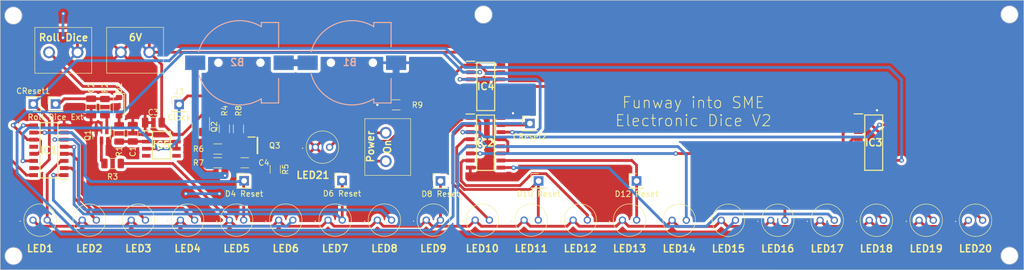
<source format=kicad_pcb>
(kicad_pcb (version 20221018) (generator pcbnew)
  (layers (0 "F.Cu" signal) (31 "B.Cu" signal) (34 "B.Paste" user) (35 "F.Paste" user) (36 "B.SilkS" user "B.Silkscreen") (37 "F.SilkS" user "F.Silkscreen") (38 "B.Mask" user) (39 "F.Mask" user) (44 "Edge.Cuts" user))
  (net 0 "")
  (net 1 "Net-(B1-Pad1)")
  (net 2 "6V")
  (net 3 "Net-(Q3-S)")
  (net 4 "Net-(IC5-DISCH)")
  (net 5 "GND")
  (net 6 "RDiceExt")
  (net 7 "Net-(C4-Pad2)")
  (net 8 "Net-(D1-A)")
  (net 9 "LED 6")
  (net 10 "LED 2")
  (net 11 "LED 1")
  (net 12 "LED 3")
  (net 13 "LED 7")
  (net 14 "LED 8")
  (net 15 "LED 4")
  (net 16 "LED 9")
  (net 17 "LED 5")
  (net 18 "Clock NOT 1")
  (net 20 "Clock")
  (net 21 "MR")
  (net 22 "LED 14")
  (net 23 "LED 10")
  (net 24 "Net-(Q3-G)")
  (net 25 "Net-(LED1-K)")
  (net 26 "MR2")
  (net 27 "Net-(Q1-B)")
  (net 28 "Net-(Q1-C)")
  (net 29 "Net-(Q2-B)")
  (net 30 "Net-(Q2-C)")
  (net 31 "LED 11")
  (net 32 "LED 15")
  (net 33 "LED 16")
  (net 34 "LED 12")
  (net 35 "LED 17")
  (net 36 "LED 13")
  (net 37 "Clock NOT 2")
  (net 39 "Clock 2")
  (net 41 "LED 18")
  (net 43 "LED 19")
  (net 46 "LED 20")
  (net 50 "Clock 3")
  (net 53 "Net-(LED21-A)")
  (footprint "Resistor_SMD:R_1206_3216Metric" (layer "F.Cu") (at 102.4128 116.1034 180)
    (fp_text reference "R6")
    (fp_text value "10k")
  )
  (footprint "SamacSys_Parts:SOIC127P600X175-16N" (layer "F.Cu") (at 150.241 114.9858)
    (fp_text reference "IC2")
    (fp_text value "74HC4017D,653" hide)
  )
  (footprint "Capacitor_SMD:C_1206_3216Metric" (layer "F.Cu") (at 79.7814 108.585 -90)
    (fp_text reference "C2")
    (fp_text value "33uF")
  )
  (footprint "SamacSys_Parts:SOIC127P600X175-16N" (layer "F.Cu") (at 219.583 114.9604)
    (fp_text reference "IC3")
    (fp_text value "74HC4017D,653" hide)
  )
  (footprint "SamacSys_Parts:C503BBCNCV0Z0462" (layer "F.Cu") (at 158.3944 128.8288)
    (fp_text reference "LED11")
    (fp_text value "L-793GD" hide)
  )
  (footprint "SamacSys_Parts:17761192" (layer "F.Cu") (at 90.17 98.7806 180)
    (fp_text reference "J2" hide)
    (fp_text value "6V")
  )
  (footprint "Package_TO_SOT_SMD:SOT-23" (layer "F.Cu") (at 99.3648 112.1156 -90)
    (fp_text reference "Q2")
    (fp_text value "BC858")
  )
  (footprint "SamacSys_Parts:SOIC127P600X173-14N" (layer "F.Cu") (at 150.2732 104.902)
    (fp_text reference "IC4")
    (fp_text value "74HC08S14-13" hide)
  )
  (footprint "SamacSys_Parts:C503BBCNCV0Z0462" (layer "F.Cu") (at 193.6186 128.8542)
    (fp_text reference "LED15")
    (fp_text value "L-793GD" hide)
  )
  (footprint "SamacSys_Parts:C503BBCNCV0Z0462" (layer "F.Cu") (at 114.5484 128.8288)
    (fp_text reference "LED6")
    (fp_text value "L-793GD" hide)
  )
  (footprint "SamacSys_Parts:C503BBCNCV0Z0462" (layer "F.Cu") (at 132.1816 128.8288)
    (fp_text reference "LED8")
    (fp_text value "L-793GD" hide)
  )
  (footprint "SamacSys_Parts:SOIC127P600X175-8N" (layer "F.Cu") (at 92.329 115.4176)
    (fp_text reference "IC5")
    (fp_text value "NE555DR" hide)
  )
  (footprint "Resistor_SMD:R_1206_3216Metric" (layer "F.Cu") (at 83.6168 118.6942)
    (fp_text reference "R3")
    (fp_text value "220R")
  )
  (footprint "SamacSys_Parts:C503BBCNCV0Z0462" (layer "F.Cu") (at 149.6568 128.8288)
    (fp_text reference "LED10")
    (fp_text value "L-793GD" hide)
  )
  (footprint "Capacitor_SMD:C_1206_3216Metric" (layer "F.Cu") (at 107.2134 118.5672)
    (fp_text reference "C4")
    (fp_text value "330nF-1206-50V-10%")
  )
  (footprint "Capacitor_SMD:C_1206_3216Metric" (layer "F.Cu") (at 90.9066 111.379 180)
    (fp_text reference "C3")
    (fp_text value "4.7uF")
  )
  (footprint "Resistor_SMD:R_1206_3216Metric" (layer "F.Cu") (at 106.0958 112.4966 90)
    (fp_text reference "R8")
    (fp_text value "10k")
  )
  (footprint "SamacSys_Parts:C503BBCNCV0Z0462" (layer "F.Cu") (at 140.9192 128.8288)
    (fp_text reference "LED9")
    (fp_text value "L-793GD" hide)
  )
  (footprint "SamacSys_Parts:17761192" (layer "F.Cu") (at 132.4158 118.2878 90)
    (fp_text reference "J5" hide)
    (fp_text value "Power")
  )
  (footprint "Resistor_SMD:R_1206_3216Metric" (layer "F.Cu") (at 82.2452 108.6104 90)
    (fp_text reference "R2")
    (fp_text value "220k")
  )
  (footprint "Resistor_SMD:R_1206_3216Metric" (layer "F.Cu") (at 112.6744 119.7356 -90)
    (fp_text reference "R5")
    (fp_text value "1M")
  )
  (footprint "SamacSys_Parts:C503BBCNCV0Z0462" (layer "F.Cu") (at 105.7656 128.8288)
    (fp_text reference "LED5")
    (fp_text value "L-793GD" hide)
  )
  (footprint "SamacSys_Parts:C503BBCNCV0Z0462" (layer "F.Cu") (at 97.0026 128.8288)
    (fp_text reference "LED4")
    (fp_text value "L-793GD" hide)
  )
  (footprint "Connector_PinHeader_2.54mm:PinHeader_1x01_P2.54mm_Vertical" (layer "F.Cu") (at 107.1118 121.793)
    (fp_text reference "J7" hide)
    (fp_text value "D4 Reset")
  )
  (footprint "SamacSys_Parts:17761192" (layer "F.Cu") (at 77.343 98.8004 180)
    (fp_text reference "J1" hide)
    (fp_text value "Roll Dice")
  )
  (footprint "SamacSys_Parts:C503BBCNCV0Z0462" (layer "F.Cu") (at 123.3678 128.8288)
    (fp_text reference "LED7")
    (fp_text value "L-793GD" hide)
  )
  (footprint "SamacSys_Parts:C503BBCNCV0Z0462" (layer "F.Cu") (at 228.9556 128.8542)
    (fp_text reference "LED19")
    (fp_text value "L-793GD" hide)
  )
  (footprint "Capacitor_SMD:C_1206_3216Metric" (layer "F.Cu") (at 87.2236 113.284 90)
    (fp_text reference "C1")
    (fp_text value "22nF")
  )
  (footprint "SamacSys_Parts:C503BBCNCV0Z0462" (layer "F.Cu") (at 121.1072 115.7732)
    (fp_text reference "LED21")
    (fp_text value "L-793GD" hide)
  )
  (footprint "Diode_SMD:D_SOD-123" (layer "F.Cu") (at 84.7598 108.5342 -90)
    (fp_text reference "D1")
    (fp_text value "1N4148W")
  )
  (footprint "SamacSys_Parts:C503BBCNCV0Z0462" (layer "F.Cu") (at 184.8358 128.8542)
    (fp_text reference "LED14")
    (fp_text value "L-793GD" hide)
  )
  (footprint "SamacSys_Parts:C503BBCNCV0Z0462" (layer "F.Cu") (at 202.438 128.8542)
    (fp_text reference "LED16")
    (fp_text value "L-793GD" hide)
  )
  (footprint "SamacSys_Parts:C503BBCNCV0Z0462" (layer "F.Cu") (at 88.2142 128.8288)
    (fp_text reference "LED3")
    (fp_text value "L-793GD" hide)
  )
  (footprint "SamacSys_Parts:C503BBCNCV0Z0462" (layer "F.Cu") (at 175.9656 128.8288)
    (fp_text reference "LED13")
    (fp_text value "L-793GD" hide)
  )
  (footprint "SamacSys_Parts:C503BBCNCV0Z0462" (layer "F.Cu") (at 70.6628 128.8288)
    (fp_text reference "LED1")
    (fp_text value "L-793GD" hide)
  )
  (footprint "Package_TO_SOT_SMD:SOT-23" (layer "F.Cu") (at 81.6356 113.6673 -90)
    (fp_text reference "Q1")
    (fp_text value "BC848")
  )
  (footprint "SamacSys_Parts:C503BBCNCV0Z0462" (layer "F.Cu") (at 211.2772 128.8542)
    (fp_text reference "LED17")
    (fp_text value "L-793GD" hide)
  )
  (footprint "SamacSys_Parts:C503BBCNCV0Z0462" (layer "F.Cu") (at 237.7694 128.8542)
    (fp_text reference "LED20")
    (fp_text value "L-793GD" hide)
  )
  (footprint "Connector_PinHeader_2.54mm:PinHeader_1x01_P2.54mm_Vertical" (layer "F.Cu") (at 159.7152 121.8184)
    (fp_text reference "J12" hide)
    (fp_text value "D10 Reset")
  )
  (footprint "Connector_PinHeader_2.54mm:PinHeader_1x01_P2.54mm_Vertical" (layer "F.Cu") (at 124.6124 121.7422)
    (fp_text reference "J8" hide)
    (fp_text value "D6 Reset")
  )
  (footprint "Resistor_SMD:R_1206_3216Metric" (layer "F.Cu") (at 102.3874 118.5672 180)
    (fp_text reference "R7")
    (fp_text value "10k")
  )
  (footprint "SamacSys_Parts:C503BBCNCV0Z0462" (layer "F.Cu") (at 167.1574 128.8288)
    (fp_text reference "LED12")
    (fp_text value "L-793GD" hide)
  )
  (footprint "SamacSys_Parts:C503BBCNCV0Z0462" (layer "F.Cu") (at 220.06 128.8542)
    (fp_text reference "LED18")
    (fp_text value "L-793GD" hide)
  )
  (footprint "Connector_PinHeader_2.54mm:PinHeader_1x01_P2.54mm_Vertical" (layer "F.Cu") (at 142.1892 121.8184)
    (fp_text reference "J9" hide)
    (fp_text value "D8 Reset")
  )
  (footprint "Connector_PinHeader_2.54mm:PinHeader_1x01_P2.54mm_Vertical" (layer "F.Cu") (at 177.2158 121.8184)
    (fp_text reference "J11" hide)
    (fp_text value "D12 Reset")
  )
  (footprint "Resistor_SMD:R_1206_3216Metric" (layer "F.Cu") (at 103.5812 112.4712 90)
    (fp_text reference "R4")
    (fp_text value "100k")
  )
  (footprint "SamacSys_Parts:SOIC127P600X175-16N" (layer "F.Cu") (at 72.2376 116.332 180)
    (fp_text reference "IC1")
    (fp_text value "74HC4017D,653" hide)
  )
  (footprint "Resistor_SMD:R_1206_3216Metric" (layer "F.Cu") (at 84.7852 113.3094 90)
    (fp_text reference "R1")
    (fp_text value "22k")
  )
  (footprint "Connector_PinHeader_2.54mm:PinHeader_1x01_P2.54mm_Vertical" (layer "F.Cu") (at 95.504 108.1278)
    (fp_text reference "J3")
    (fp_text value "Clock")
  )
  (footprint "Connector_PinHeader_2.54mm:PinHeader_1x01_P2.54mm_Vertical" (layer "F.Cu") (at 73.4314 108.0516)
    (fp_text reference "J4" hide)
    (fp_text value "Roll Dice Ext")
  )
  (footprint "Connector_PinHeader_2.54mm:PinHeader_1x01_P2.54mm_Vertical" (layer "F.Cu") (at 69.4436 108.0516 180)
    (fp_text reference "J6" hide)
    (fp_text value "CReset1")
  )
  (footprint "Resistor_SMD:R_1206_3216Metric" (layer "F.Cu") (at 134.2644 108.204 180)
    (fp_text reference "R9")
    (fp_text value "220R")
  )
  (footprint "SamacSys_Parts:C503BBCNCV0Z0462" (layer "F.Cu") (at 79.4512 128.8288)
    (fp_text reference "LED2")
    (fp_text value "L-793GD" hide)
  )
  (footprint "Connector_PinHeader_2.54mm:PinHeader_1x01_P2.54mm_Vertical" (layer "F.Cu") (at 158.1658 111.5314)
    (fp_text reference "J10" hide)
    (fp_text value "CReset2")
  )
  (footprint "SamacSys_Parts:SOT95P237X112-3N" (layer "F.Cu") (at 109.4908 115.4684)
    (fp_text reference "Q3")
    (fp_text value "Si2338DS-T1-GE3" hide)
  )
  (footprint "SamacSys_Parts:1056TR" (layer "B.Cu") (at 126.365 100.6602)
    (fp_text reference "B1")
    (fp_text value "1056TR" hide)
  )
  (footprint "SamacSys_Parts:1056TR" (layer "B.Cu") (at 106.2736 100.6602)
    (fp_text reference "B2")
    (fp_text value "1056TR" hide)
  )
  (gr_rect (start 63.5508 89.4842) (end 246.4054 137.7188) (stroke (width 0.1)) (fill none) (layer "Edge.Cuts"))
  (gr_circle (center 243.84 135.2042) (end 245.364 135.1788) (stroke (width 0.1)) (fill none) (layer "Edge.Cuts"))
  (gr_circle (center 243.84 92.0242) (end 245.364 92.0242) (stroke (width 0.1)) (fill none) (layer "Edge.Cuts"))
  (gr_circle (center 65.8876 92.2274) (end 64.3636 92.2274) (stroke (width 0.1)) (fill none) (layer "Edge.Cuts"))
  (gr_circle (center 65.913 135.255) (end 64.389 135.255) (stroke (width 0.1)) (fill none) (layer "Edge.Cuts"))
  (gr_circle (center 149.86 92.0496) (end 151.4094 92.0496) (stroke (width 0.1)) (fill none) (layer "Edge.Cuts"))
  (gr_text "On" (at 133.4516 117.094 90) (layer "F.SilkS") (effects (font (size 1.27 1.27) (thickness 0.254) bold) (justify left bottom)))
  (gr_text "Funway into SME\nElectronic Dice V2" (at 187.3758 112.1918) (layer "F.SilkS") (effects (font (size 2 2)) (justify bottom)))
  (segment (start 114.1736 100.6602) (end 118.465 100.6602) (width 1.25) (layer "B.Cu") (net 1))
  (segment (start 69.5452 94.4118) (end 79.9592 94.4118) (width 0.5) (layer "F.Cu") (net 2))
  (segment (start 105.0523 109.9906) (end 99.6023 109.9906) (width 0.5) (layer "F.Cu") (net 2))
  (segment (start 95.029 113.5126) (end 96.0803 113.5126) (width 0.5) (layer "F.Cu") (net 2))
  (segment (start 155.0924 109.7026) (end 154.2542 110.5408) (width 0.5) (layer "F.Cu") (net 2))
  (segment (start 106.1827 110.9472) (end 106.0958 111.0341) (width 0.5) (layer "F.Cu") (net 2))
  (segment (start 79.9592 94.4118) (end 87.8586 94.4118) (width 0.5) (layer "F.Cu") (net 2))
  (segment (start 90.17 98.7806) (end 92.3816 100.9922) (width 0.5) (layer "F.Cu") (net 2))
  (segment (start 94.5152 113.5126) (end 92.3816 111.379) (width 0.5) (layer "F.Cu") (net 2))
  (segment (start 154.2542 110.5408) (end 152.966 110.5408) (width 0.5) (layer "F.Cu") (net 2))
  (segment (start 124.8664 110.9472) (end 106.1827 110.9472) (width 0.5) (layer "F.Cu") (net 2))
  (segment (start 155.1432 109.7026) (end 155.0924 109.7026) (width 0.5) (layer "F.Cu") (net 2))
  (segment (start 77.343 96.2914) (end 79.2226 94.4118) (width 0.5) (layer "F.Cu") (net 2))
  (segment (start 127.6096 108.204) (end 124.8664 110.9472) (width 0.5) (layer "F.Cu") (net 2))
  (segment (start 99.6023 109.9906) (end 98.4148 111.1781) (width 0.5) (layer "F.Cu") (net 2))
  (segment (start 69.5126 120.777) (end 68.2376 120.777) (width 0.5) (layer "F.Cu") (net 2))
  (segment (start 132.8019 108.204) (end 130.9116 108.204) (width 0.5) (layer "F.Cu") (net 2))
  (segment (start 64.5922 99.3648) (end 69.5452 94.4118) (width 0.5) (layer "F.Cu") (net 2))
  (segment (start 64.5922 117.1316) (end 64.5922 99.3648) (width 0.5) (layer "F.Cu") (net 2))
  (segment (start 221.5642 110.5154) (end 220.218 109.1692) (width 0.5) (layer "F.Cu") (net 2))
  (segment (start 68.2376 120.777) (end 64.5922 117.1316) (width 0.5) (layer "F.Cu") (net 2))
  (segment (start 92.3816 100.9922) (end 92.3816 111.379) (width 0.5) (layer "F.Cu") (net 2))
  (segment (start 90.17 96.7232) (end 90.17 98.7806) (width 0.5) (layer "F.Cu") (net 2))
  (segment (start 220.1672 109.1692) (end 220.1672 109.1184) (width 0.5) (layer "F.Cu") (net 2))
  (segment (start 152.9842 101.092) (end 150.6728 98.7806) (width 0.5) (layer "F.Cu") (net 2))
  (segment (start 222.308 110.5154) (end 221.5642 110.5154) (width 0.5) (layer "F.Cu") (net 2))
  (segment (start 96.0803 113.5126) (end 98.4148 111.1781) (width 0.5) (layer "F.Cu") (net 2))
  (segment (start 87.8586 94.4118) (end 90.17 96.7232) (width 0.5) (layer "F.Cu") (net 2))
  (segment (start 77.343 98.8004) (end 77.343 96.2914) (width 0.5) (layer "F.Cu") (net 2))
  (segment (start 220.218 109.1692) (end 220.1672 109.1692) (width 0.5) (layer "F.Cu") (net 2))
  (segment (start 130.9116 108.204) (end 127.6096 108.204) (width 0.5) (layer "F.Cu") (net 2))
  (segment (start 79.2226 94.4118) (end 79.9592 94.4118) (width 0.5) (layer "F.Cu") (net 2))
  (segment (start 106.0958 111.0341) (end 105.0523 109.9906) (width 0.5) (layer "F.Cu") (net 2))
  (segment (start 150.6728 98.7806) (end 90.17 98.7806) (width 0.5) (layer "F.Cu") (net 2))
  (segment (start 220.1672 109.1184) (end 220.218 109.1692) (width 0.5) (layer "F.Cu") (net 2))
  (segment (start 95.029 113.5126) (end 94.5152 113.5126) (width 0.5) (layer "F.Cu") (net 2))
  (via (at 155.1432 109.7026) (size 0.8) (drill 0.4) (layers "F.Cu" "B.Cu") (net 2))
  (via (at 130.9116 108.204) (size 0.8) (drill 0.4) (layers "F.Cu" "B.Cu") (net 2))
  (via (at 220.1672 109.1692) (size 0.8) (drill 0.4) (layers "F.Cu" "B.Cu") (net 2))
  (segment (start 134.265 104.8252) (end 130.8862 108.204) (width 1.25) (layer "B.Cu") (net 2))
  (segment (start 134.265 100.6602) (end 134.265 104.8252) (width 1.25) (layer "B.Cu") (net 2))
  (segment (start 106.292 118.5672) (end 108.4408 116.4184) (width 0.5) (layer "F.Cu") (net 3))
  (segment (start 103.8499 118.5672) (end 105.7384 118.5672) (width 0.5) (layer "F.Cu") (net 3))
  (segment (start 103.6828 120.8532) (end 103.6828 118.7343) (width 1.25) (layer "F.Cu") (net 3))
  (segment (start 103.6828 118.7343) (end 103.8499 118.5672) (width 1.25) (layer "F.Cu") (net 3))
  (segment (start 105.7384 118.5672) (end 106.292 118.5672) (width 0.5) (layer "F.Cu") (net 3))
  (via (at 103.6828 120.8532) (size 0.8) (drill 0.4) (layers "F.Cu" "B.Cu") (net 3))
  (segment (start 98.3736 100.6602) (end 98.3736 119.4048) (width 1.25) (layer "B.Cu") (net 3))
  (segment (start 99.822 120.8532) (end 103.6828 120.8532) (width 1.25) (layer "B.Cu") (net 3))
  (segment (start 98.3736 119.4048) (end 99.822 120.8532) (width 1.25) (layer "B.Cu") (net 3))
  (segment (start 95.029 114.7826) (end 95.029 116.0526) (width 0.5) (layer "F.Cu") (net 4))
  (segment (start 84.7852 114.7719) (end 87.2107 114.7719) (width 0.5) (layer "F.Cu") (net 4))
  (segment (start 89.6054 114.759) (end 89.629 114.7826) (width 0.5) (layer "F.Cu") (net 4))
  (segment (start 89.629 114.7826) (end 95.029 114.7826) (width 0.5) (layer "F.Cu") (net 4))
  (segment (start 87.2107 114.7719) (end 87.2236 114.759) (width 0.5) (layer "F.Cu") (net 4))
  (segment (start 87.2236 114.759) (end 89.6054 114.759) (width 0.5) (layer "F.Cu") (net 4))
  (via (at 74.803 91.8718) (size 0.8) (drill 0.4) (layers "F.Cu" "B.Cu") (net 5))
  (via (at 74.7522 96.1898) (size 0.8) (drill 0.4) (layers "F.Cu" "B.Cu") (net 5))
  (via (at 102.6922 124.1044) (size 0.8) (drill 0.4) (layers "F.Cu" "B.Cu") (net 5))
  (via (at 96.6978 124.1044) (size 0.8) (drill 0.4) (layers "F.Cu" "B.Cu") (net 5))
  (segment (start 102.6922 124.1044) (end 96.6978 124.1044) (width 0.5) (layer "B.Cu") (net 5))
  (segment (start 74.7522 96.1898) (end 74.7522 91.9226) (width 0.5) (layer "B.Cu") (net 5))
  (segment (start 74.7522 91.9226) (end 74.803 91.8718) (width 0.5) (layer "B.Cu") (net 5))
  (segment (start 74.0664 108.0516) (end 73.4314 108.0516) (width 0.5) (layer "F.Cu") (net 6))
  (segment (start 79.7814 107.11) (end 75.008 107.11) (width 0.5) (layer "F.Cu") (net 6))
  (segment (start 84.4961 107.1479) (end 84.7598 106.8842) (width 0.5) (layer "F.Cu") (net 6))
  (segment (start 79.7814 107.11) (end 82.2073 107.11) (width 0.5) (layer "F.Cu") (net 6))
  (segment (start 82.2452 107.1479) (end 84.4961 107.1479) (width 0.5) (layer "F.Cu") (net 6))
  (segment (start 82.2073 107.11) (end 82.2452 107.1479) (width 0.5) (layer "F.Cu") (net 6))
  (segment (start 75.008 107.11) (end 74.0664 108.0516) (width 0.5) (layer "F.Cu") (net 6))
  (segment (start 108.6884 118.5672) (end 112.4565 118.5672) (width 0.5) (layer "F.Cu") (net 7))
  (segment (start 132.4158 118.2878) (end 112.6891 118.2878) (width 0.5) (layer "F.Cu") (net 7))
  (segment (start 112.6891 118.2878) (end 112.6744 118.2731) (width 0.5) (layer "F.Cu") (net 7))
  (segment (start 73.8434 100.3808) (end 72.263 98.8004) (width 0.5) (layer "F.Cu") (net 8))
  (segment (start 84.7598 110.1842) (end 85.8098 109.1342) (width 0.5) (layer "F.Cu") (net 8))
  (segment (start 78.3082 104.902) (end 84.332194 104.902) (width 0.5) (layer "F.Cu") (net 8))
  (segment (start 73.8434 100.3808) (end 73.8434 100.4372) (width 0.5) (layer "F.Cu") (net 8))
  (segment (start 84.7852 110.2096) (end 84.7598 110.1842) (width 0.5) (layer "F.Cu") (net 8))
  (segment (start 84.332194 104.902) (end 85.8098 106.379606) (width 0.5) (layer "F.Cu") (net 8))
  (segment (start 73.8434 100.4372) (end 78.3082 104.902) (width 0.5) (layer "F.Cu") (net 8))
  (segment (start 85.8098 109.1342) (end 85.8098 106.379606) (width 0.5) (layer "F.Cu") (net 8))
  (segment (start 84.7852 111.8469) (end 84.7852 110.2096) (width 0.5) (layer "F.Cu") (net 8))
  (segment (start 73.0504 120.777) (end 74.9626 120.777) (width 0.5) (layer "F.Cu") (net 9))
  (via (at 73.0504 120.777) (size 0.8) (drill 0.4) (layers "F.Cu" "B.Cu") (net 9))
  (segment (start 77.7064 129.9288) (end 114.7184 129.9288) (width 0.5) (layer "B.Cu") (net 9))
  (segment (start 73.0363 125.2587) (end 77.7064 129.9288) (width 0.5) (layer "B.Cu") (net 9))
  (segment (start 73.0363 120.7911) (end 73.0363 125.2587) (width 0.5) (layer "B.Cu") (net 9))
  (segment (start 114.7184 129.9288) (end 115.8184 128.8288) (width 0.5) (layer "B.Cu") (net 9))
  (segment (start 73.0504 120.777) (end 73.0363 120.7911) (width 0.5) (layer "B.Cu") (net 9))
  (segment (start 76.7842 124.8664) (end 76.7842 120.0536) (width 0.5) (layer "F.Cu") (net 10))
  (segment (start 76.2376 119.507) (end 74.9626 119.507) (width 0.5) (layer "F.Cu") (net 10))
  (segment (start 77.851 125.9586) (end 77.851 125.9332) (width 0.5) (layer "F.Cu") (net 10))
  (segment (start 76.7842 120.0536) (end 76.2376 119.507) (width 0.5) (layer "F.Cu") (net 10))
  (segment (start 77.851 125.9332) (end 76.7842 124.8664) (width 0.5) (layer "F.Cu") (net 10))
  (segment (start 80.7212 128.8288) (end 77.851 125.9586) (width 0.5) (layer "F.Cu") (net 10))
  (segment (start 152.966 111.8108) (end 157.8864 111.8108) (width 0.5) (layer "F.Cu") (net 11))
  (segment (start 157.8864 111.8108) (end 158.1658 111.5314) (width 0.5) (layer "F.Cu") (net 11))
  (segment (start 71.9328 128.8288) (end 71.9328 120.678418) (width 0.5) (layer "F.Cu") (net 11))
  (segment (start 71.9328 120.678418) (end 74.374218 118.237) (width 0.5) (layer "F.Cu") (net 11))
  (segment (start 74.374218 118.237) (end 74.9626 118.237) (width 0.5) (layer "F.Cu") (net 11))
  (segment (start 144.4498 128.143) (end 144.4498 113.0808) (width 0.5) (layer "B.Cu") (net 11))
  (segment (start 141.264 131.3288) (end 144.4498 128.143) (width 0.5) (layer "B.Cu") (net 11))
  (segment (start 71.9328 128.8288) (end 74.4328 131.3288) (width 0.5) (layer "B.Cu") (net 11))
  (segment (start 158.1658 111.5314) (end 145.9992 111.5314) (width 0.5) (layer "B.Cu") (net 11))
  (segment (start 74.4328 131.3288) (end 141.264 131.3288) (width 0.5) (layer "B.Cu") (net 11))
  (segment (start 145.9992 111.5314) (end 144.4498 113.0808) (width 0.5) (layer "B.Cu") (net 11))
  (segment (start 77.4842 124.57645) (end 77.4842 118.2136) (width 0.5) (layer "F.Cu") (net 12))
  (segment (start 77.4842 118.2136) (end 76.2376 116.967) (width 0.5) (layer "F.Cu") (net 12))
  (segment (start 80.28875 127.381) (end 77.4842 124.57645) (width 0.5) (layer "F.Cu") (net 12))
  (segment (start 76.2376 116.967) (end 74.9626 116.967) (width 0.5) (layer "F.Cu") (net 12))
  (segment (start 88.0364 127.381) (end 80.28875 127.381) (width 0.5) (layer "F.Cu") (net 12))
  (segment (start 89.4842 128.8288) (end 88.0364 127.381) (width 0.5) (layer "F.Cu") (net 12))
  (segment (start 76.6831 115.697) (end 74.9626 115.697) (width 0.5) (layer "F.Cu") (net 13))
  (segment (start 76.7339 115.7478) (end 76.6831 115.697) (width 0.5) (layer "F.Cu") (net 13))
  (segment (start 124.6378 128.8288) (end 124.6378 121.7676) (width 0.5) (layer "F.Cu") (net 13))
  (segment (start 124.6378 121.7676) (end 124.6124 121.7422) (width 0.5) (layer "F.Cu") (net 13))
  (via (at 76.7339 115.7478) (size 0.8) (drill 0.4) (layers "F.Cu" "B.Cu") (net 13))
  (segment (start 76.7339 115.7478) (end 76.7334 115.7483) (width 0.5) (layer "B.Cu") (net 13))
  (segment (start 76.7334 126.0348) (end 78.4274 127.7288) (width 0.5) (layer "B.Cu") (net 13))
  (segment (start 78.4274 127.7288) (end 123.5378 127.7288) (width 0.5) (layer "B.Cu") (net 13))
  (segment (start 123.5378 127.7288) (end 124.6378 128.8288) (width 0.5) (layer "B.Cu") (net 13))
  (segment (start 76.7334 115.7483) (end 76.7334 126.0348) (width 0.5) (layer "B.Cu") (net 13))
  (segment (start 73.3044 114.427) (end 74.9626 114.427) (width 0.5) (layer "F.Cu") (net 14))
  (segment (start 73.279 114.4016) (end 73.3044 114.427) (width 0.5) (layer "F.Cu") (net 14))
  (via (at 73.279 114.4016) (size 0.8) (drill 0.4) (layers "F.Cu" "B.Cu") (net 14))
  (segment (start 77.5834 125.89485) (end 78.68855 127) (width 0.5) (layer "B.Cu") (net 14))
  (segment (start 131.6228 127) (end 133.4516 128.8288) (width 0.5) (layer "B.Cu") (net 14))
  (segment (start 77.5834 115.395718) (end 77.5834 125.89485) (width 0.5) (layer "B.Cu") (net 14))
  (segment (start 73.279 114.4016) (end 76.589282 114.4016) (width 0.5) (layer "B.Cu") (net 14))
  (segment (start 76.589282 114.4016) (end 77.5834 115.395718) (width 0.5) (layer "B.Cu") (net 14))
  (segment (start 78.68855 127) (end 131.6228 127) (width 0.5) (layer "B.Cu") (net 14))
  (segment (start 96.1248 126.681) (end 80.7324 126.681) (width 0.5) (layer "F.Cu") (net 15))
  (segment (start 80.7324 126.681) (end 78.1842 124.1328) (width 0.5) (layer "F.Cu") (net 15))
  (segment (start 78.1842 124.1328) (end 78.1842 115.1036) (width 0.5) (layer "F.Cu") (net 15))
  (segment (start 98.2726 128.8288) (end 96.1248 126.681) (width 0.5) (layer "F.Cu") (net 15))
  (segment (start 78.1842 115.1036) (end 76.2376 113.157) (width 0.5) (layer "F.Cu") (net 15))
  (segment (start 76.2376 113.157) (end 74.9626 113.157) (width 0.5) (layer "F.Cu") (net 15))
  (segment (start 142.1892 128.8288) (end 142.1892 121.8184) (width 0.5) (layer "F.Cu") (net 16))
  (segment (start 69.5126 111.887) (end 67.6656 111.887) (width 0.5) (layer "F.Cu") (net 16))
  (via (at 67.6656 111.887) (size 0.8) (drill 0.4) (layers "F.Cu" "B.Cu") (net 16))
  (segment (start 142.1892 128.8288) (end 140.3892 130.6288) (width 0.5) (layer "B.Cu") (net 16))
  (segment (start 140.3892 130.6288) (end 78.7146 130.6288) (width 0.5) (layer "B.Cu") (net 16))
  (segment (start 66.548 113.0046) (end 66.548 120.4214) (width 0.5) (layer "B.Cu") (net 16))
  (segment (start 66.548 120.4214) (end 76.7554 130.6288) (width 0.5) (layer "B.Cu") (net 16))
  (segment (start 76.7554 130.6288) (end 78.7146 130.6288) (width 0.5) (layer "B.Cu") (net 16))
  (segment (start 67.6656 111.887) (end 66.548 113.0046) (width 0.5) (layer "B.Cu") (net 16))
  (segment (start 71.4394 113.157) (end 69.5126 113.157) (width 0.5) (layer "F.Cu") (net 17))
  (segment (start 71.4643 113.1819) (end 71.4394 113.157) (width 0.5) (layer "F.Cu") (net 17))
  (segment (start 107.0356 121.8692) (end 107.1118 121.793) (width 0.5) (layer "F.Cu") (net 17))
  (segment (start 107.0356 128.8288) (end 107.0356 121.8692) (width 0.5) (layer "F.Cu") (net 17))
  (via (at 71.4643 113.1819) (size 0.8) (drill 0.4) (layers "F.Cu" "B.Cu") (net 17))
  (segment (start 78.6638 120.8786) (end 79.7134 121.9282) (width 0.5) (layer "B.Cu") (net 17))
  (segment (start 79.7134 121.9282) (end 106.9766 121.9282) (width 0.5) (layer "B.Cu") (net 17))
  (segment (start 71.4648 113.1824) (end 76.360032 113.1824) (width 0.5) (layer "B.Cu") (net 17))
  (segment (start 76.360032 113.1824) (end 78.6638 115.486168) (width 0.5) (layer "B.Cu") (net 17))
  (segment (start 106.9766 121.9282) (end 107.1118 121.793) (width 0.5) (layer "B.Cu") (net 17))
  (segment (start 71.4643 113.1819) (end 71.4648 113.1824) (width 0.5) (layer "B.Cu") (net 17))
  (segment (start 78.6638 115.486168) (end 78.6638 120.8786) (width 0.5) (layer "B.Cu") (net 17))
  (segment (start 107.0356 121.8692) (end 107.1118 121.793) (width 0.5) (layer "B.Cu") (net 17))
  (segment (start 149.225 102.362) (end 147.5622 102.362) (width 0.5) (layer "F.Cu") (net 18))
  (segment (start 68.4022 114.427) (end 65.8368 111.8616) (width 0.5) (layer "F.Cu") (net 18))
  (segment (start 69.5126 116.967) (end 70.2676 116.967) (width 0.5) (layer "F.Cu") (net 18))
  (segment (start 70.2676 116.967) (end 70.739 116.4956) (width 0.5) (layer "F.Cu") (net 18))
  (segment (start 70.739 116.4956) (end 70.739 114.681) (width 0.5) (layer "F.Cu") (net 18))
  (segment (start 149.227912 102.359088) (end 149.225 102.362) (width 0.5) (layer "F.Cu") (net 18))
  (segment (start 70.739 114.681) (end 70.485 114.427) (width 0.5) (layer "F.Cu") (net 18))
  (segment (start 70.485 114.427) (end 69.5126 114.427) (width 0.5) (layer "F.Cu") (net 18))
  (segment (start 69.5126 114.427) (end 68.4022 114.427) (width 0.5) (layer "F.Cu") (net 18))
  (via (at 149.227912 102.359088) (size 0.8) (drill 0.4) (layers "F.Cu" "B.Cu") (net 18))
  (via (at 65.8368 111.8616) (size 0.8) (drill 0.4) (layers "F.Cu" "B.Cu") (net 18))
  (segment (start 85.5852 109.4486) (end 68.2498 109.4486) (width 0.5) (layer "B.Cu") (net 18))
  (segment (start 149.227912 102.359088) (end 149.222262 102.364738) (width 0.5) (layer "B.Cu") (net 18))
  (segment (start 68.2498 109.4486) (end 65.8368 111.8616) (width 0.5) (layer "B.Cu") (net 18))
  (segment (start 96.177 98.8568) (end 85.5852 109.4486) (width 0.5) (layer "B.Cu") (net 18))
  (segment (start 142.6972 98.8568) (end 96.177 98.8568) (width 0.5) (layer "B.Cu") (net 18))
  (segment (start 149.222262 102.364738) (end 146.205138 102.364738) (width 0.5) (layer "B.Cu") (net 18))
  (segment (start 146.205138 102.364738) (end 142.6972 98.8568) (width 0.5) (layer "B.Cu") (net 18))
  (segment (start 69.5126 118.237) (end 67.5889 118.237) (width 0.5) (layer "F.Cu") (net 20))
  (segment (start 149.1622 101.092) (end 150.4322 102.362) (width 0.5) (layer "F.Cu") (net 20))
  (segment (start 150.4322 102.362) (end 152.9842 102.362) (width 0.5) (layer "F.Cu") (net 20))
  (segment (start 89.629 116.0526) (end 91.821 116.0526) (width 0.5) (layer "F.Cu") (net 20))
  (segment (start 140.7864 106.6038) (end 139.446 106.6038) (width 0.5) (layer "F.Cu") (net 20))
  (segment (start 146.2982 101.092) (end 140.7864 106.6038) (width 0.5) (layer "F.Cu") (net 20))
  (segment (start 97.028 106.6038) (end 139.446 106.6038) (width 0.5) (layer "F.Cu") (net 20))
  (segment (start 95.504 108.1278) (end 97.028 106.6038) (width 0.5) (layer "F.Cu") (net 20))
  (segment (start 147.5622 101.092) (end 149.1622 101.092) (width 0.5) (layer "F.Cu") (net 20))
  (segment (start 147.5622 101.092) (end 146.2982 101.092) (width 0.5) (layer "F.Cu") (net 20))
  (via (at 67.5889 118.237) (size 0.8) (drill 0.4) (layers "F.Cu" "B.Cu") (net 20))
  (via (at 91.821 116.0526) (size 0.8) (drill 0.4) (layers "F.Cu" "B.Cu") (net 20))
  (segment (start 67.5889 118.237) (end 67.5894 118.2365) (width 0.5) (layer "B.Cu") (net 20))
  (segment (start 88.1008 112.3324) (end 91.821 116.0526) (width 0.5) (layer "B.Cu") (net 20))
  (segment (start 93.7514 116.0526) (end 95.504 114.3) (width 0.5) (layer "B.Cu") (net 20))
  (segment (start 67.5894 118.2365) (end 67.5894 113.3348) (width 0.5) (layer "B.Cu") (net 20))
  (segment (start 68.5918 112.3324) (end 88.1008 112.3324) (width 0.5) (layer "B.Cu") (net 20))
  (segment (start 67.5894 113.3348) (end 68.5918 112.3324) (width 0.5) (layer "B.Cu") (net 20))
  (segment (start 95.504 114.3) (end 95.504 108.1278) (width 0.5) (layer "B.Cu") (net 20))
  (segment (start 91.821 116.0526) (end 93.7514 116.0526) (width 0.5) (layer "B.Cu") (net 20))
  (segment (start 72.3138 110.9218) (end 69.4436 108.0516) (width 0.5) (layer "F.Cu") (net 21))
  (segment (start 72.3138 117.9808) (end 72.3138 110.9218) (width 0.5) (layer "F.Cu") (net 21))
  (segment (start 70.7876 119.507) (end 72.3138 117.9808) (width 0.5) (layer "F.Cu") (net 21))
  (segment (start 224.5614 118.1354) (end 222.308 118.1354) (width 0.5) (layer "F.Cu") (net 21))
  (segment (start 69.5126 119.507) (end 70.7876 119.507) (width 0.5) (layer "F.Cu") (net 21))
  (via (at 224.5614 118.1354) (size 0.8) (drill 0.4) (layers "F.Cu" "B.Cu") (net 21))
  (segment (start 222.377 101.4984) (end 146.5326 101.4984) (width 0.5) (layer "B.Cu") (net 21))
  (segment (start 224.5614 103.6828) (end 222.377 101.4984) (width 0.5) (layer "B.Cu") (net 21))
  (segment (start 143.129 98.0948) (end 95.94905 98.0948) (width 0.5) (layer "B.Cu") (net 21))
  (segment (start 146.5326 101.4984) (end 143.129 98.0948) (width 0.5) (layer "B.Cu") (net 21))
  (segment (start 77.1948 100.3004) (end 69.4436 108.0516) (width 0.5) (layer "B.Cu") (net 21))
  (segment (start 95.94905 98.0948) (end 93.74345 100.3004) (width 0.5) (layer "B.Cu") (net 21))
  (segment (start 224.5614 118.1354) (end 224.5614 103.6828) (width 0.5) (layer "B.Cu") (net 21))
  (segment (start 93.74345 100.3004) (end 77.1948 100.3004) (width 0.5) (layer "B.Cu") (net 21))
  (segment (start 149.195812 114.329188) (end 149.225 114.3) (width 0.5) (layer "F.Cu") (net 22))
  (segment (start 147.516 110.5408) (end 148.4884 110.5408) (width 0.5) (layer "F.Cu") (net 22))
  (segment (start 148.4884 110.5408) (end 149.225 111.2774) (width 0.5) (layer "F.Cu") (net 22))
  (segment (start 149.225 114.3) (end 149.225 111.2774) (width 0.5) (layer "F.Cu") (net 22))
  (via (at 149.195812 114.329188) (size 0.8) (drill 0.4) (layers "F.Cu" "B.Cu") (net 22))
  (segment (start 186.1058 117.1448) (end 186.1058 128.8542) (width 0.5) (layer "B.Cu") (net 22))
  (segment (start 149.195812 114.329188) (end 150.538224 115.6716) (width 0.5) (layer "B.Cu") (net 22))
  (segment (start 184.6326 115.6716) (end 186.1058 117.1448) (width 0.5) (layer "B.Cu") (net 22))
  (segment (start 150.538224 115.6716) (end 184.6326 115.6716) (width 0.5) (layer "B.Cu") (net 22))
  (segment (start 144.3736 122.2756) (end 144.3736 113.6782) (width 0.5) (layer "F.Cu") (net 23))
  (segment (start 150.9268 128.8288) (end 144.3736 122.2756) (width 0.5) (layer "F.Cu") (net 23))
  (segment (start 146.241 111.8108) (end 147.516 111.8108) (width 0.5) (layer "F.Cu") (net 23))
  (segment (start 144.3736 113.6782) (end 146.241 111.8108) (width 0.5) (layer "F.Cu") (net 23))
  (segment (start 109.7514 113.2078) (end 108.4408 114.5184) (width 0.5) (layer "F.Cu") (net 24))
  (segment (start 132.4158 113.2078) (end 109.7514 113.2078) (width 0.5) (layer "F.Cu") (net 24))
  (segment (start 106.8558 116.1034) (end 108.4408 114.5184) (width 0.5) (layer "F.Cu") (net 24))
  (segment (start 103.8753 116.1034) (end 106.8558 116.1034) (width 0.5) (layer "F.Cu") (net 24))
  (segment (start 158.2244 129.9288) (end 164.7874 129.9288) (width 0.5) (layer "F.Cu") (net 25))
  (segment (start 174.6956 128.8288) (end 175.7956 129.9288) (width 0.5) (layer "F.Cu") (net 25))
  (segment (start 104.4956 128.8288) (end 105.5956 129.9288) (width 0.5) (layer "F.Cu") (net 25))
  (segment (start 200.068 129.9542) (end 201.168 128.8542) (width 0.5) (layer "F.Cu") (net 25))
  (segment (start 184.6658 129.9542) (end 191.2486 129.9542) (width 0.5) (layer "F.Cu") (net 25))
  (segment (start 139.6492 128.8288) (end 140.7492 129.9288) (width 0.5) (layer "F.Cu") (net 25))
  (segment (start 147.2868 129.9288) (end 148.3868 128.8288) (width 0.5) (layer "F.Cu") (net 25))
  (segment (start 88.0442 129.9288) (end 94.6326 129.9288) (width 0.5) (layer "F.Cu") (net 25))
  (segment (start 78.1812 128.8288) (end 79.2812 129.9288) (width 0.5) (layer "F.Cu") (net 25))
  (segment (start 235.3994 129.9542) (end 236.4994 128.8542) (width 0.5) (layer "F.Cu") (net 25))
  (segment (start 129.8116 129.9288) (end 130.9116 128.8288) (width 0.5) (layer "F.Cu") (net 25))
  (segment (start 94.361 118.6942) (end 104.4956 128.8288) (width 0.5) (layer "F.Cu") (net 25))
  (segment (start 156.0244 129.9288) (end 157.1244 128.8288) (width 0.5) (layer "F.Cu") (net 25))
  (segment (start 130.9116 128.8288) (end 132.0116 129.9288) (width 0.5) (layer "F.Cu") (net 25))
  (segment (start 86.9442 128.8288) (end 88.0442 129.9288) (width 0.5) (layer "F.Cu") (net 25))
  (segment (start 192.3486 128.8542) (end 193.4486 129.9542) (width 0.5) (layer "F.Cu") (net 25))
  (segment (start 77.0812 129.9288) (end 78.1812 128.8288) (width 0.5) (layer "F.Cu") (net 25))
  (segment (start 140.7492 129.9288) (end 147.2868 129.9288) (width 0.5) (layer "F.Cu") (net 25))
  (segment (start 182.4912 129.9288) (end 183.5658 128.8542) (width 0.5) (layer "F.Cu") (net 25))
  (segment (start 122.0978 128.8288) (end 123.1978 129.9288) (width 0.5) (layer "F.Cu") (net 25))
  (segment (start 175.7956 129.9288) (end 182.4912 129.9288) (width 0.5) (layer "F.Cu") (net 25))
  (segment (start 96.8326 129.9288) (end 103.3956 129.9288) (width 0.5) (layer "F.Cu") (net 25))
  (segment (start 183.5658 128.8542) (end 184.6658 129.9542) (width 0.5) (layer "F.Cu") (net 25))
  (segment (start 218.79 128.8542) (end 219.89 129.9542) (width 0.5) (layer "F.Cu") (net 25))
  (segment (start 217.69 129.9542) (end 218.79 128.8542) (width 0.5) (layer "F.Cu") (net 25))
  (segment (start 85.0793 118.6942) (end 94.361 118.6942) (width 0.5) (layer "F.Cu") (net 25))
  (segment (start 173.5956 129.9288) (end 174.6956 128.8288) (width 0.5) (layer "F.Cu") (net 25))
  (segment (start 191.2486 129.9542) (end 192.3486 128.8542) (width 0.5) (layer "F.Cu") (net 25))
  (segment (start 227.6856 128.8542) (end 228.7856 129.9542) (width 0.5) (layer "F.Cu") (net 25))
  (segment (start 210.0072 128.8542) (end 211.1072 129.9542) (width 0.5) (layer "F.Cu") (net 25))
  (segment (start 95.7326 128.8288) (end 96.8326 129.9288) (width 0.5) (layer "F.Cu") (net 25))
  (segment (start 112.1784 129.9288) (end 113.2784 128.8288) (width 0.5) (layer "F.Cu") (net 25))
  (segment (start 148.3868 128.8288) (end 149.4868 129.9288) (width 0.5) (layer "F.Cu") (net 25))
  (segment (start 164.7874 129.9288) (end 165.8874 128.8288) (width 0.5) (layer "F.Cu") (net 25))
  (segment (start 70.4928 129.9288) (end 77.0812 129.9288) (width 0.5) (layer "F.Cu") (net 25))
  (segment (start 211.1072 129.9542) (end 217.69 129.9542) (width 0.5) (layer "F.Cu") (net 25))
  (segment (start 165.8874 128.8288) (end 166.9874 129.9288) (width 0.5) (layer "F.Cu") (net 25))
  (segment (start 94.6326 129.9288) (end 95.7326 128.8288) (width 0.5) (layer "F.Cu") (net 25))
  (segment (start 219.89 129.9542) (end 226.5856 129.9542) (width 0.5) (layer "F.Cu") (net 25))
  (segment (start 193.4486 129.9542) (end 200.068 129.9542) (width 0.5) (layer "F.Cu") (net 25))
  (segment (start 103.3956 129.9288) (end 104.4956 128.8288) (width 0.5) (layer "F.Cu") (net 25))
  (segment (start 113.2784 128.8288) (end 114.3784 129.9288) (width 0.5) (layer "F.Cu") (net 25))
  (segment (start 157.1244 128.8288) (end 158.2244 129.9288) (width 0.5) (layer "F.Cu") (net 25))
  (segment (start 138.5492 129.9288) (end 139.6492 128.8288) (width 0.5) (layer "F.Cu") (net 25))
  (segment (start 202.268 129.9542) (end 208.9072 129.9542) (width 0.5) (layer "F.Cu") (net 25))
  (segment (start 149.4868 129.9288) (end 156.0244 129.9288) (width 0.5) (layer "F.Cu") (net 25))
  (segment (start 132.0116 129.9288) (end 138.5492 129.9288) (width 0.5) (layer "F.Cu") (net 25))
  (segment (start 120.9978 129.9288) (end 122.0978 128.8288) (width 0.5) (layer "F.Cu") (net 25))
  (segment (start 226.5856 129.9542) (end 227.6856 128.8542) (width 0.5) (layer "F.Cu") (net 25))
  (segment (start 69.3928 128.8288) (end 70.4928 129.9288) (width 0.5) (layer "F.Cu") (net 25))
  (segment (start 166.9874 129.9288) (end 173.5956 129.9288) (width 0.5) (layer "F.Cu") (net 25))
  (segment (start 114.3784 129.9288) (end 120.9978 129.9288) (width 0.5) (layer "F.Cu") (net 25))
  (segment (start 228.7856 129.9542) (end 235.3994 129.9542) (width 0.5) (layer "F.Cu") (net 25))
  (segment (start 105.5956 129.9288) (end 112.1784 129.9288) (width 0.5) (layer "F.Cu") (net 25))
  (segment (start 123.1978 129.9288) (end 129.8116 129.9288) (width 0.5) (layer "F.Cu") (net 25))
  (segment (start 208.9072 129.9542) (end 210.0072 128.8542) (width 0.5) (layer "F.Cu") (net 25))
  (segment (start 201.168 128.8542) (end 202.268 129.9542) (width 0.5) (layer "F.Cu") (net 25))
  (segment (start 79.2812 129.9288) (end 85.8442 129.9288) (width 0.5) (layer "F.Cu") (net 25))
  (segment (start 85.8442 129.9288) (end 86.9442 128.8288) (width 0.5) (layer "F.Cu") (net 25))
  (segment (start 146.161988 113.091188) (end 146.172376 113.0808) (width 0.5) (layer "F.Cu") (net 26))
  (segment (start 220.6244 111.7854) (end 222.308 111.7854) (width 0.5) (layer "F.Cu") (net 26))
  (segment (start 146.172376 113.0808) (end 147.516 113.0808) (width 0.5) (layer "F.Cu") (net 26))
  (via (at 146.161988 113.091188) (size 0.8) (drill 0.4) (layers "F.Cu" "B.Cu") (net 26))
  (via (at 220.6244 111.7854) (size 0.8) (drill 0.4) (layers "F.Cu" "B.Cu") (net 26))
  (segment (start 149.159894 113.091188) (end 150.024906 113.9562) (width 0.5) (layer "B.Cu") (net 26))
  (segment (start 146.161988 113.091188) (end 149.159894 113.091188) (width 0.5) (layer "B.Cu") (net 26))
  (segment (start 218.4536 113.9562) (end 220.6244 111.7854) (width 0.5) (layer "B.Cu") (net 26))
  (segment (start 150.024906 113.9562) (end 218.4536 113.9562) (width 0.5) (layer "B.Cu") (net 26))
  (segment (start 82.5856 112.7298) (end 82.5856 110.4133) (width 0.5) (layer "F.Cu") (net 27))
  (segment (start 82.5856 110.4133) (end 82.2452 110.0729) (width 0.5) (layer "F.Cu") (net 27))
  (segment (start 81.6102 114.6302) (end 81.6102 118.1501) (width 0.5) (layer "F.Cu") (net 28))
  (segment (start 81.6102 118.1501) (end 82.1543 118.6942) (width 0.5) (layer "F.Cu") (net 28))
  (segment (start 81.6356 114.6048) (end 81.6102 114.6302) (width 0.5) (layer "F.Cu") (net 28))
  (segment (start 100.3148 111.1781) (end 103.4118 111.1781) (width 0.5) (layer "F.Cu") (net 29))
  (segment (start 103.4118 111.1781) (end 103.5812 111.0087) (width 0.5) (layer "F.Cu") (net 29))
  (segment (start 100.9249 118.5672) (end 100.9249 116.1288) (width 0.5) (layer "F.Cu") (net 30))
  (segment (start 100.9503 116.1034) (end 100.9503 114.6386) (width 0.5) (layer "F.Cu") (net 30))
  (segment (start 100.9503 114.6386) (end 99.3648 113.0531) (width 0.5) (layer "F.Cu") (net 30))
  (segment (start 100.9249 116.1288) (end 100.9503 116.1034) (width 0.5) (layer "F.Cu") (net 30))
  (segment (start 158.1912 123.3424) (end 146.431 123.3424) (width 0.5) (layer "F.Cu") (net 31))
  (segment (start 145.0736 115.7986) (end 146.5214 114.3508) (width 0.5) (layer "F.Cu") (net 31))
  (segment (start 146.430675 123.342725) (end 145.0736 121.98565) (width 0.5) (layer "F.Cu") (net 31))
  (segment (start 146.431 123.3424) (end 146.430675 123.342725) (width 0.5) (layer "F.Cu") (net 31))
  (segment (start 146.5214 114.3508) (end 147.516 114.3508) (width 0.5) (layer "F.Cu") (net 31))
  (segment (start 145.0736 121.98565) (end 145.0736 115.7986) (width 0.5) (layer "F.Cu") (net 31))
  (segment (start 159.7152 121.8184) (end 158.1912 123.3424) (width 0.5) (layer "F.Cu") (net 31))
  (segment (start 159.6644 121.8692) (end 159.7152 121.8184) (width 0.5) (layer "F.Cu") (net 31))
  (segment (start 159.6644 128.8288) (end 159.6644 121.8692) (width 0.5) (layer "F.Cu") (net 31))
  (segment (start 149.2758 115.6208) (end 147.516 115.6208) (width 0.5) (layer "F.Cu") (net 32))
  (via (at 149.2758 115.6208) (size 0.8) (drill 0.4) (layers "F.Cu" "B.Cu") (net 32))
  (segment (start 149.2758 115.6208) (end 146.9136 115.6208) (width 0.5) (layer "B.Cu") (net 32))
  (segment (start 146.9136 115.6208) (end 145.288 117.2464) (width 0.5) (layer "B.Cu") (net 32))
  (segment (start 145.288 117.2464) (end 145.288 129.6162) (width 0.5) (layer "B.Cu") (net 32))
  (segment (start 192.4248 131.318) (end 194.8886 128.8542) (width 0.5) (layer "B.Cu") (net 32))
  (segment (start 146.9898 131.318) (end 192.4248 131.318) (width 0.5) (layer "B.Cu") (net 32))
  (segment (start 145.288 129.6162) (end 146.9898 131.318) (width 0.5) (layer "B.Cu") (net 32))
  (segment (start 203.708 118.3386) (end 203.708 128.8542) (width 0.5) (layer "F.Cu") (net 33))
  (segment (start 202.2856 116.9162) (end 203.708 118.3386) (width 0.5) (layer "F.Cu") (net 33))
  (segment (start 184.2008 116.9162) (end 202.2856 116.9162) (width 0.5) (layer "F.Cu") (net 33))
  (segment (start 149.2504 116.8908) (end 147.516 116.8908) (width 0.5) (layer "F.Cu") (net 33))
  (segment (start 149.2758 116.9162) (end 149.2504 116.8908) (width 0.5) (layer "F.Cu") (net 33))
  (via (at 184.2008 116.9162) (size 0.8) (drill 0.4) (layers "F.Cu" "B.Cu") (net 33))
  (via (at 149.2758 116.9162) (size 0.8) (drill 0.4) (layers "F.Cu" "B.Cu") (net 33))
  (segment (start 149.2758 116.9162) (end 184.2008 116.9162) (width 0.5) (layer "B.Cu") (net 33))
  (segment (start 145.878975 118.522825) (end 146.241 118.1608) (width 0.5) (layer "F.Cu") (net 34))
  (segment (start 168.4274 128.8288) (end 168.4274 127.909562) (width 0.5) (layer "F.Cu") (net 34))
  (segment (start 146.7203 122.6424) (end 145.878975 121.801075) (width 0.5) (layer "F.Cu") (net 34))
  (segment (start 168.4274 127.909562) (end 161.036238 120.5184) (width 0.5) (layer "F.Cu") (net 34))
  (segment (start 156.402 122.6424) (end 146.7203 122.6424) (width 0.5) (layer "F.Cu") (net 34))
  (segment (start 146.241 118.1608) (end 147.516 118.1608) (width 0.5) (layer "F.Cu") (net 34))
  (segment (start 145.878975 121.801075) (end 145.878975 118.522825) (width 0.5) (layer "F.Cu") (net 34))
  (segment (start 161.036238 120.5184) (end 158.526 120.5184) (width 0.5) (layer "F.Cu") (net 34))
  (segment (start 158.526 120.5184) (end 156.402 122.6424) (width 0.5) (layer "F.Cu") (net 34))
  (segment (start 155.2448 119.4562) (end 155.194 119.4308) (width 0.5) (layer "F.Cu") (net 35))
  (segment (start 155.194 119.4308) (end 155.1686 119.4308) (width 0.5) (layer "F.Cu") (net 35))
  (segment (start 152.966 119.4308) (end 155.1432 119.4308) (width 0.5) (layer "F.Cu") (net 35))
  (segment (start 155.1432 119.4308) (end 155.2448 119.4562) (width 0.5) (layer "F.Cu") (net 35))
  (via (at 155.2448 119.4562) (size 0.8) (drill 0.4) (layers "F.Cu" "B.Cu") (net 35))
  (segment (start 189.6794 129.9542) (end 191.897 127.7366) (width 0.5) (layer "B.Cu") (net 35))
  (segment (start 182.7516 129.9542) (end 189.6794 129.9542) (width 0.5) (layer "B.Cu") (net 35))
  (segment (start 191.897 127.7366) (end 211.4296 127.7366) (width 0.5) (layer "B.Cu") (net 35))
  (segment (start 172.2536 119.4562) (end 182.7516 129.9542) (width 0.5) (layer "B.Cu") (net 35))
  (segment (start 211.4296 127.7366) (end 212.5472 128.8542) (width 0.5) (layer "B.Cu") (net 35))
  (segment (start 155.2448 119.4562) (end 172.2536 119.4562) (width 0.5) (layer "B.Cu") (net 35))
  (segment (start 177.2158 118.999) (end 176.3522 118.1354) (width 0.5) (layer "F.Cu") (net 36))
  (segment (start 176.3268 118.1608) (end 152.966 118.1608) (width 0.5) (layer "F.Cu") (net 36))
  (segment (start 177.2356 128.8288) (end 177.2356 121.8382) (width 0.5) (layer "F.Cu") (net 36))
  (segment (start 176.3522 118.1354) (end 176.3268 118.1608) (width 0.5) (layer "F.Cu") (net 36))
  (segment (start 177.2356 121.8382) (end 177.2158 121.8184) (width 0.5) (layer "F.Cu") (net 36))
  (segment (start 177.2158 121.8184) (end 177.2158 118.999) (width 0.5) (layer "F.Cu") (net 36))
  (segment (start 151.741 114.1236) (end 151.9682 114.3508) (width 0.5) (layer "F.Cu") (net 37))
  (segment (start 153.9494 116.8908) (end 152.966 116.8908) (width 0.5) (layer "F.Cu") (net 37))
  (segment (start 152.2402 103.632) (end 151.741 104.1312) (width 0.5) (layer "F.Cu") (net 37))
  (segment (start 151.741 104.1312) (end 151.741 114.1236) (width 0.5) (layer "F.Cu") (net 37))
  (segment (start 154.2034 116.6368) (end 153.9494 116.8908) (width 0.5) (layer "F.Cu") (net 37))
  (segment (start 152.966 114.3508) (end 153.721 114.3508) (width 0.5) (layer "F.Cu") (net 37))
  (segment (start 154.2034 114.8332) (end 154.2034 116.6368) (width 0.5) (layer "F.Cu") (net 37))
  (segment (start 152.9842 103.632) (end 152.2402 103.632) (width 0.5) (layer "F.Cu") (net 37))
  (segment (start 153.721 114.3508) (end 154.2034 114.8332) (width 0.5) (layer "F.Cu") (net 37))
  (segment (start 151.9682 114.3508) (end 152.966 114.3508) (width 0.5) (layer "F.Cu") (net 37))
  (segment (start 154.9146 113.0808) (end 154.8892 113.0808) (width 0.5) (layer "F.Cu") (net 39))
  (segment (start 152.966 113.0808) (end 154.8638 113.0808) (width 0.5) (layer "F.Cu") (net 39))
  (segment (start 145.669 103.632) (end 147.5622 103.632) (width 0.5) (layer "F.Cu") (net 39))
  (segment (start 155.0162 113.1062) (end 154.9146 113.0808) (width 0.5) (layer "F.Cu") (net 39))
  (segment (start 154.8638 113.0808) (end 155.0162 113.1062) (width 0.5) (layer "F.Cu") (net 39))
  (via (at 155.0162 113.1062) (size 0.8) (drill 0.4) (layers "F.Cu" "B.Cu") (net 39))
  (via (at 145.669 103.632) (size 0.8) (drill 0.4) (layers "F.Cu" "B.Cu") (net 39))
  (segment (start 145.669 103.632) (end 159.385 103.632) (width 0.5) (layer "B.Cu") (net 39))
  (segment (start 159.385 103.632) (end 159.9946 104.2416) (width 0.5) (layer "B.Cu") (net 39))
  (segment (start 159.2326 113.1062) (end 155.0162 113.1062) (width 0.5) (layer "B.Cu") (net 39))
  (segment (start 159.9946 112.3442) (end 159.2326 113.1062) (width 0.5) (layer "B.Cu") (net 39))
  (segment (start 159.9946 104.2416) (end 159.9946 112.3442) (width 0.5) (layer "B.Cu") (net 39))
  (segment (start 219.7608 127.2286) (end 219.7608 127.285) (width 0.5) (layer "F.Cu") (net 41))
  (segment (start 214.122 123.8504) (end 217.5002 127.2286) (width 0.5) (layer "F.Cu") (net 41))
  (segment (start 215.583 111.7854) (end 214.122 113.2464) (width 0.5) (layer "F.Cu") (net 41))
  (segment (start 216.858 111.7854) (end 215.583 111.7854) (width 0.5) (layer "F.Cu") (net 41))
  (segment (start 214.122 113.2464) (end 214.122 123.8504) (width 0.5) (layer "F.Cu") (net 41))
  (segment (start 219.7608 127.285) (end 221.33 128.8542) (width 0.5) (layer "F.Cu") (net 41))
  (segment (start 217.5002 127.2286) (end 219.7608 127.2286) (width 0.5) (layer "F.Cu") (net 41))
  (segment (start 217.79015 126.5286) (end 214.822 123.56045) (width 0.5) (layer "F.Cu") (net 43))
  (segment (start 214.822 115.3414) (end 215.838 114.3254) (width 0.5) (layer "F.Cu") (net 43))
  (segment (start 214.822 123.56045) (end 214.822 115.3414) (width 0.5) (layer "F.Cu") (net 43))
  (segment (start 230.2256 128.8542) (end 227.9 126.5286) (width 0.5) (layer "F.Cu") (net 43))
  (segment (start 215.838 114.3254) (end 216.858 114.3254) (width 0.5) (layer "F.Cu") (net 43))
  (segment (start 227.9 126.5286) (end 217.79015 126.5286) (width 0.5) (layer "F.Cu") (net 43))
  (segment (start 236.0138 125.8286) (end 218.0801 125.8286) (width 0.5) (layer "F.Cu") (net 46))
  (segment (start 215.633 118.6054) (end 216.103 118.1354) (width 0.5) (layer "F.Cu") (net 46))
  (segment (start 216.103 118.1354) (end 216.858 118.1354) (width 0.5) (layer "F.Cu") (net 46))
  (segment (start 215.633 123.3815) (end 215.633 118.6054) (width 0.5) (layer "F.Cu") (net 46))
  (segment (start 239.0394 128.8542) (end 236.0138 125.8286) (width 0.5) (layer "F.Cu") (net 46))
  (segment (start 218.0801 125.8286) (end 215.633 123.3815) (width 0.5) (layer "F.Cu") (net 46))
  (segment (start 152.9842 104.902) (end 214.6046 104.902) (width 0.5) (layer "F.Cu") (net 50))
  (segment (start 220.438318 113.0554) (end 222.308 113.0554) (width 0.5) (layer "F.Cu") (net 50))
  (segment (start 218.948 111.565082) (end 220.438318 113.0554) (width 0.5) (layer "F.Cu") (net 50))
  (segment (start 214.6046 104.902) (end 218.948 109.2454) (width 0.5) (layer "F.Cu") (net 50))
  (segment (start 218.948 109.2454) (end 218.948 111.565082) (width 0.5) (layer "F.Cu") (net 50))
  (segment (start 122.3772 115.7732) (end 123.4186 114.7318) (width 0.5) (layer "F.Cu") (net 53))
  (segment (start 123.4186 114.7318) (end 133.013121 114.7318) (width 0.5) (layer "F.Cu") (net 53))
  (segment (start 135.7269 112.018021) (end 135.7269 108.204) (width 0.5) (layer "F.Cu") (net 53))
  (segment (start 133.013121 114.7318) (end 135.7269 112.018021) (width 0.5) (layer "F.Cu") (net 53))
  (zone (net 5) (net_name "GND") (layer "F.Cu") (connect_pads (clearance 0.5)) (min_thickness 0.25) (fill yes (thermal_gap 0.5) (thermal_bridge_width 0.5))
    (polygon (pts (xy 246.4054 89.4842) (xy 246.38 137.7188) (xy 63.5508 137.6934) (xy 63.5508 89.4842)))
  )
  (zone (net 2) (net_name "6V") (layer "B.Cu") (priority 1) (connect_pads (clearance 0.5)) (min_thickness 0.25) (fill yes (thermal_gap 0.5) (thermal_bridge_width 0.5))
    (polygon (pts (xy 246.4054 89.4842) (xy 246.4054 137.7188) (xy 63.5508 137.7188) (xy 63.5508 89.4842)))
  )
)
</source>
